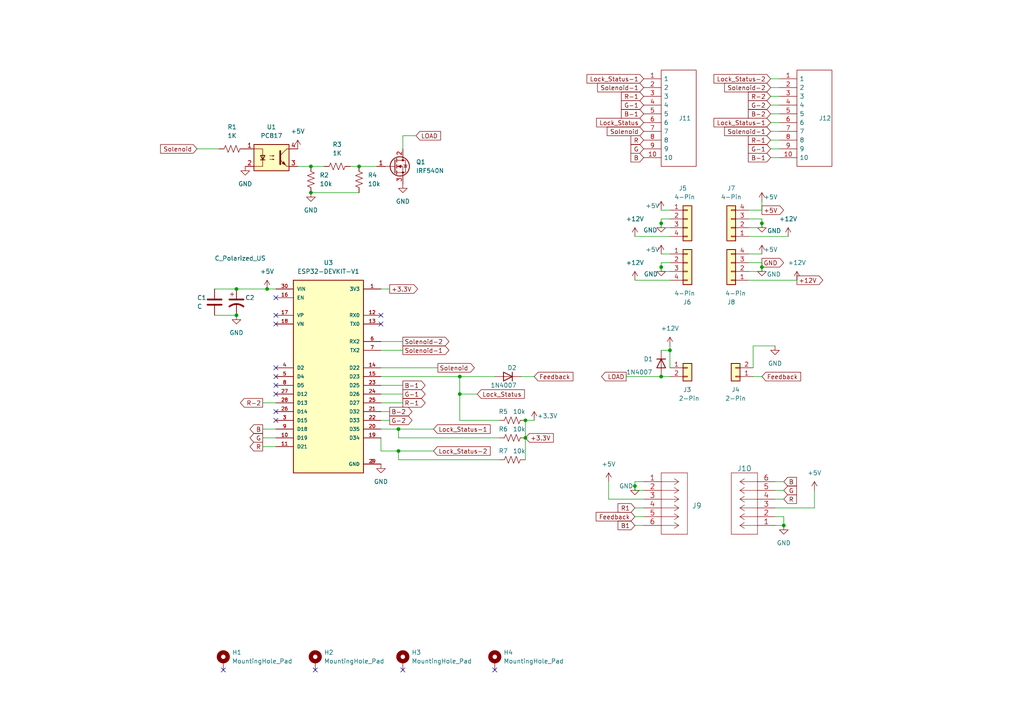
<source format=kicad_sch>
(kicad_sch (version 20211123) (generator eeschema)
  (paper "A4")
  (title_block (title "FoodKiosk - Wireless Sensor Node") (date "2022-10-06") (rev "V1.0") (company "VerifygnTech Pvt. Ltd.") (comment 1 "Designed by: Abhishek Nair"))
  (lib_symbols
    (symbol "Device:C" (pin_numbers hide) (pin_names (offset 0.254))
      (property "Reference" "C" (at 0.635 2.54 0))
      (property "Value" "C" (at 0.635 -2.54 0))
      (symbol "C_0_1"
        (polyline (pts (xy -2.032 -0.762) (xy 2.032 -0.762)) (stroke (width 0.508)))
        (polyline (pts (xy -2.032 0.762) (xy 2.032 0.762)) (stroke (width 0.508)))
      )
      (symbol "C_1_1"
        (pin passive line (at 0 3.81 270) (length 2.794) (name "~") (number "1"))
        (pin passive line (at 0 -3.81 90) (length 2.794) (name "~") (number "2"))
      )
    )
    (symbol "Device:C_Polarized_US" (pin_numbers hide) (pin_names (offset 0.254) hide)
      (property "Reference" "C" (at 0.635 2.54 0))
      (property "Value" "C_Polarized_US" (at 0.635 -2.54 0))
      (symbol "C_Polarized_US_0_1"
        (polyline (pts (xy -2.032 0.762) (xy 2.032 0.762)) (stroke (width 0.508)))
        (polyline (pts (xy -1.778 2.286) (xy -0.762 2.286)))
        (polyline (pts (xy -1.27 1.778) (xy -1.27 2.794)))
        (arc (start 2.032 -1.27) (mid 0 -0.5572) (end -2.032 -1.27) (stroke (width 0.508)))
      )
      (symbol "C_Polarized_US_1_1"
        (pin passive line (at 0 3.81 270) (length 2.794) (name "~") (number "1"))
        (pin passive line (at 0 -3.81 90) (length 3.302) (name "~") (number "2"))
      )
    )
    (symbol "Device:R_US" (pin_numbers hide) (pin_names (offset 0))
      (property "Reference" "R" (at 2.54 0 90))
      (property "Value" "R_US" (at -2.54 0 90))
      (symbol "R_US_0_1"
        (polyline (pts (xy 0 -2.286) (xy 0 -2.54)))
        (polyline (pts (xy 0 2.286) (xy 0 2.54)))
        (polyline (pts (xy 0 -0.762) (xy 1.016 -1.143) (xy 0 -1.524) (xy -1.016 -1.905) (xy 0 -2.286)))
        (polyline (pts (xy 0 0.762) (xy 1.016 0.381) (xy 0 0) (xy -1.016 -0.381) (xy 0 -0.762)))
        (polyline (pts (xy 0 2.286) (xy 1.016 1.905) (xy 0 1.524) (xy -1.016 1.143) (xy 0 0.762)))
      )
      (symbol "R_US_1_1"
        (pin passive line (at 0 3.81 270) (length 1.27) (name "~") (number "1"))
        (pin passive line (at 0 -3.81 90) (length 1.27) (name "~") (number "2"))
      )
    )
    (symbol "Diode:1N4007" (pin_numbers hide) (pin_names (offset 1.016) hide)
      (property "Reference" "D" (at 0 2.54 0))
      (property "Value" "1N4007" (at 0 -2.54 0))
      (symbol "1N4007_0_1"
        (polyline (pts (xy -1.27 1.27) (xy -1.27 -1.27)) (stroke (width 0.254)))
        (polyline (pts (xy 1.27 0) (xy -1.27 0)))
        (polyline (pts (xy 1.27 1.27) (xy 1.27 -1.27) (xy -1.27 0) (xy 1.27 1.27)) (stroke (width 0.254)))
      )
      (symbol "1N4007_1_1"
        (pin passive line (at -3.81 0 0) (length 2.54) (name "K") (number "1"))
        (pin passive line (at 3.81 0 180) (length 2.54) (name "A") (number "2"))
      )
    )
    (symbol "Isolator:PC817" (pin_names (offset 1.016))
      (property "Reference" "U" (at -5.08 5.08 0))
      (property "Value" "PC817" (at 0 5.08 0))
      (symbol "PC817_0_1"
        (rectangle (start -5.08 3.81) (end 5.08 -3.81) (stroke (width 0.254)) (fill (type background)))
        (polyline (pts (xy -3.175 -0.635) (xy -1.905 -0.635)) (stroke (width 0.254)))
        (polyline (pts (xy 2.54 0.635) (xy 4.445 2.54)))
        (polyline (pts (xy 4.445 -2.54) (xy 2.54 -0.635)) (fill (type outline)))
        (polyline (pts (xy 4.445 -2.54) (xy 5.08 -2.54)))
        (polyline (pts (xy 4.445 2.54) (xy 5.08 2.54)))
        (polyline (pts (xy -5.08 2.54) (xy -2.54 2.54) (xy -2.54 -0.635)))
        (polyline (pts (xy -2.54 -0.635) (xy -2.54 -2.54) (xy -5.08 -2.54)))
        (polyline (pts (xy 2.54 1.905) (xy 2.54 -1.905) (xy 2.54 -1.905)) (stroke (width 0.508)))
        (polyline (pts (xy -2.54 -0.635) (xy -3.175 0.635) (xy -1.905 0.635) (xy -2.54 -0.635)) (stroke (width 0.254)))
        (polyline (pts (xy -0.508 -0.508) (xy 0.762 -0.508) (xy 0.381 -0.635) (xy 0.381 -0.381) (xy 0.762 -0.508)))
        (polyline (pts (xy -0.508 0.508) (xy 0.762 0.508) (xy 0.381 0.381) (xy 0.381 0.635) (xy 0.762 0.508)))
        (polyline (pts (xy 3.048 -1.651) (xy 3.556 -1.143) (xy 4.064 -2.159) (xy 3.048 -1.651) (xy 3.048 -1.651)) (fill (type outline)))
      )
      (symbol "PC817_1_1"
        (pin passive line (at -7.62 2.54 0) (length 2.54) (name "~") (number "1"))
        (pin passive line (at -7.62 -2.54 0) (length 2.54) (name "~") (number "2"))
        (pin passive line (at 7.62 -2.54 180) (length 2.54) (name "~") (number "3"))
        (pin passive line (at 7.62 2.54 180) (length 2.54) (name "~") (number "4"))
      )
    )
    (symbol "Mechanical:MountingHole_Pad" (pin_numbers hide) (pin_names (offset 1.016) hide)
      (property "Reference" "H" (at 0 6.35 0))
      (property "Value" "MountingHole_Pad" (at 0 4.445 0))
      (symbol "MountingHole_Pad_0_1"
        (circle (center 0 1.27) (radius 1.27) (stroke (width 1.27)))
      )
      (symbol "MountingHole_Pad_1_1"
        (pin input line (at 0 -2.54 90) (length 2.54) (name "1") (number "1"))
      )
    )
    (symbol "Transistor_FET:IRF540N" (pin_names hide)
      (property "Reference" "Q" (at 6.35 1.905 0))
      (property "Value" "IRF540N" (at 6.35 0 0))
      (symbol "IRF540N_0_1"
        (polyline (pts (xy 0.254 0) (xy -2.54 0)))
        (polyline (pts (xy 0.254 1.905) (xy 0.254 -1.905)) (stroke (width 0.254)))
        (polyline (pts (xy 0.762 -1.27) (xy 0.762 -2.286)) (stroke (width 0.254)))
        (polyline (pts (xy 0.762 0.508) (xy 0.762 -0.508)) (stroke (width 0.254)))
        (polyline (pts (xy 0.762 2.286) (xy 0.762 1.27)) (stroke (width 0.254)))
        (polyline (pts (xy 2.54 2.54) (xy 2.54 1.778)))
        (polyline (pts (xy 2.54 -2.54) (xy 2.54 0) (xy 0.762 0)))
        (polyline (pts (xy 0.762 -1.778) (xy 3.302 -1.778) (xy 3.302 1.778) (xy 0.762 1.778)))
        (polyline (pts (xy 1.016 0) (xy 2.032 0.381) (xy 2.032 -0.381) (xy 1.016 0)) (fill (type outline)))
        (polyline (pts (xy 2.794 0.508) (xy 2.921 0.381) (xy 3.683 0.381) (xy 3.81 0.254)))
        (polyline (pts (xy 3.302 0.381) (xy 2.921 -0.254) (xy 3.683 -0.254) (xy 3.302 0.381)))
        (circle (center 1.651 0) (radius 2.794) (stroke (width 0.254)))
        (circle (center 2.54 -1.778) (radius 0.254) (fill (type outline)))
        (circle (center 2.54 1.778) (radius 0.254) (fill (type outline)))
      )
      (symbol "IRF540N_1_1"
        (pin input line (at -5.08 0 0) (length 2.54) (name "G") (number "1"))
        (pin passive line (at 2.54 5.08 270) (length 2.54) (name "D") (number "2"))
        (pin passive line (at 2.54 -5.08 90) (length 2.54) (name "S") (number "3"))
      )
    )
    (symbol "VerifygnTech-ESP32-DEVKIT-V1:ESP32-DEVKIT-V1" (pin_names (offset 1.016))
      (property "Reference" "U" (at -10.16 30.48 0))
      (property "Value" "ESP32-DEVKIT-V1" (at -10.16 -30.48 0))
      (symbol "ESP32-DEVKIT-V1_0_0"
        (rectangle (start -10.16 -27.94) (end 10.16 27.94) (stroke (width 0.254)) (fill (type background)))
        (pin output line (at 15.24 25.4 180) (length 5.08) (name "3V3") (number "1"))
        (pin bidirectional line (at -15.24 -17.78 0) (length 5.08) (name "D19") (number "10"))
        (pin bidirectional line (at -15.24 -20.32 0) (length 5.08) (name "D21") (number "11"))
        (pin input line (at 15.24 17.78 180) (length 5.08) (name "RX0") (number "12"))
        (pin output line (at 15.24 15.24 180) (length 5.08) (name "TX0") (number "13"))
        (pin bidirectional line (at 15.24 2.54 180) (length 5.08) (name "D22") (number "14"))
        (pin bidirectional line (at 15.24 0 180) (length 5.08) (name "D23") (number "15"))
        (pin input line (at -15.24 22.86 0) (length 5.08) (name "EN") (number "16"))
        (pin bidirectional line (at -15.24 17.78 0) (length 5.08) (name "VP") (number "17"))
        (pin bidirectional line (at -15.24 15.24 0) (length 5.08) (name "VN") (number "18"))
        (pin bidirectional line (at 15.24 -17.78 180) (length 5.08) (name "D34") (number "19"))
        (pin power_in line (at 15.24 -25.4 180) (length 5.08) (name "GND") (number "2"))
        (pin bidirectional line (at 15.24 -15.24 180) (length 5.08) (name "D35") (number "20"))
        (pin bidirectional line (at 15.24 -10.16 180) (length 5.08) (name "D32") (number "21"))
        (pin bidirectional line (at 15.24 -12.7 180) (length 5.08) (name "D33") (number "22"))
        (pin bidirectional line (at 15.24 -2.54 180) (length 5.08) (name "D25") (number "23"))
        (pin bidirectional line (at 15.24 -5.08 180) (length 5.08) (name "D26") (number "24"))
        (pin bidirectional line (at 15.24 -7.62 180) (length 5.08) (name "D27") (number "25"))
        (pin bidirectional line (at -15.24 -10.16 0) (length 5.08) (name "D14") (number "26"))
        (pin bidirectional line (at -15.24 -5.08 0) (length 5.08) (name "D12") (number "27"))
        (pin bidirectional line (at -15.24 -7.62 0) (length 5.08) (name "D13") (number "28"))
        (pin power_in line (at 15.24 -25.4 180) (length 5.08) (name "GND") (number "29"))
        (pin bidirectional line (at -15.24 -12.7 0) (length 5.08) (name "D15") (number "3"))
        (pin input line (at -15.24 25.4 0) (length 5.08) (name "VIN") (number "30"))
        (pin bidirectional line (at -15.24 2.54 0) (length 5.08) (name "D2") (number "4"))
        (pin bidirectional line (at -15.24 0 0) (length 5.08) (name "D4") (number "5"))
        (pin input line (at 15.24 10.16 180) (length 5.08) (name "RX2") (number "6"))
        (pin output line (at 15.24 7.62 180) (length 5.08) (name "TX2") (number "7"))
        (pin bidirectional line (at -15.24 -2.54 0) (length 5.08) (name "D5") (number "8"))
        (pin bidirectional line (at -15.24 -15.24 0) (length 5.08) (name "D18") (number "9"))
      )
    )
    (symbol "VerifygnTech_Terminals:10-Pin" (pin_names (offset 0.762))
      (property "Reference" "J" (at 12.7 1.27 0))
      (symbol "10-Pin_0_0"
        (pin passive line (at 0 0 0) (length 5.08) (name "1") (number "1"))
        (pin passive line (at 0 -22.86 0) (length 5.08) (name "10") (number "10"))
        (pin passive line (at 0 -2.54 0) (length 5.08) (name "2") (number "2"))
        (pin passive line (at 0 -5.08 0) (length 5.08) (name "3") (number "3"))
        (pin passive line (at 0 -7.62 0) (length 5.08) (name "4") (number "4"))
        (pin passive line (at 0 -10.16 0) (length 5.08) (name "5") (number "5"))
        (pin passive line (at 0 -12.7 0) (length 5.08) (name "6") (number "6"))
        (pin passive line (at 0 -15.24 0) (length 5.08) (name "7") (number "7"))
        (pin passive line (at 0 -17.78 0) (length 5.08) (name "8") (number "8"))
        (pin passive line (at 0 -20.32 0) (length 5.08) (name "9") (number "9"))
      )
      (symbol "10-Pin_0_1"
        (polyline (pts (xy 5.08 2.54) (xy 15.24 2.54) (xy 15.24 -25.4) (xy 5.08 -25.4) (xy 5.08 2.54)) (stroke (width 0.1524)))
      )
    )
    (symbol "VerifygnTech_Terminals:2-Pin" (pin_names (offset 1.016) hide)
      (property "Reference" "J" (at 0 2.54 0))
      (property "Value" "2-Pin" (at 0 -5.08 0))
      (symbol "2-Pin_1_1"
        (rectangle (start -1.27 -2.413) (end 0 -2.667) (stroke (width 0.1524)))
        (rectangle (start -1.27 0.127) (end 0 -0.127) (stroke (width 0.1524)))
        (rectangle (start -1.27 1.27) (end 1.27 -3.81) (stroke (width 0.254)) (fill (type background)))
        (pin passive line (at -5.08 0 0) (length 3.81) (name "Pin_1") (number "1"))
        (pin passive line (at -5.08 -2.54 0) (length 3.81) (name "Pin_2") (number "2"))
      )
    )
    (symbol "VerifygnTech_Terminals:4-Pin" (pin_names (offset 1.016) hide)
      (property "Reference" "J" (at 0 5.08 0))
      (property "Value" "4-Pin" (at 0 -7.62 0))
      (symbol "4-Pin_1_1"
        (rectangle (start -1.27 -4.953) (end 0 -5.207) (stroke (width 0.1524)))
        (rectangle (start -1.27 -2.413) (end 0 -2.667) (stroke (width 0.1524)))
        (rectangle (start -1.27 0.127) (end 0 -0.127) (stroke (width 0.1524)))
        (rectangle (start -1.27 2.667) (end 0 2.413) (stroke (width 0.1524)))
        (rectangle (start -1.27 3.81) (end 1.27 -6.35) (stroke (width 0.254)) (fill (type background)))
        (pin passive line (at -5.08 2.54 0) (length 3.81) (name "Pin_1") (number "1"))
        (pin passive line (at -5.08 0 0) (length 3.81) (name "Pin_2") (number "2"))
        (pin passive line (at -5.08 -2.54 0) (length 3.81) (name "Pin_3") (number "3"))
        (pin passive line (at -5.08 -5.08 0) (length 3.81) (name "Pin_4") (number "4"))
      )
    )
    (symbol "VerifygnTech_Terminals:6-Pin" (pin_names (offset 0.254) hide)
      (property "Reference" "J" (at 6.35 1.27 0))
      (symbol "6-Pin_1_1"
        (polyline (pts (xy 5.08 -15.24) (xy 12.7 -15.24)) (stroke (width 0.127)))
        (polyline (pts (xy 5.08 2.54) (xy 5.08 -15.24)) (stroke (width 0.127)))
        (polyline (pts (xy 10.16 -12.7) (xy 5.08 -12.7)) (stroke (width 0.127)))
        (polyline (pts (xy 10.16 -12.7) (xy 8.89 -13.5382)) (stroke (width 0.127)))
        (polyline (pts (xy 10.16 -12.7) (xy 8.89 -11.8618)) (stroke (width 0.127)))
        (polyline (pts (xy 10.16 -10.16) (xy 5.08 -10.16)) (stroke (width 0.127)))
        (polyline (pts (xy 10.16 -10.16) (xy 8.89 -10.9982)) (stroke (width 0.127)))
        (polyline (pts (xy 10.16 -10.16) (xy 8.89 -9.3218)) (stroke (width 0.127)))
        (polyline (pts (xy 10.16 -7.62) (xy 5.08 -7.62)) (stroke (width 0.127)))
        (polyline (pts (xy 10.16 -7.62) (xy 8.89 -8.4582)) (stroke (width 0.127)))
        (polyline (pts (xy 10.16 -7.62) (xy 8.89 -6.7818)) (stroke (width 0.127)))
        (polyline (pts (xy 10.16 -5.08) (xy 5.08 -5.08)) (stroke (width 0.127)))
        (polyline (pts (xy 10.16 -5.08) (xy 8.89 -5.9182)) (stroke (width 0.127)))
        (polyline (pts (xy 10.16 -5.08) (xy 8.89 -4.2418)) (stroke (width 0.127)))
        (polyline (pts (xy 10.16 -2.54) (xy 5.08 -2.54)) (stroke (width 0.127)))
        (polyline (pts (xy 10.16 -2.54) (xy 8.89 -3.3782)) (stroke (width 0.127)))
        (polyline (pts (xy 10.16 -2.54) (xy 8.89 -1.7018)) (stroke (width 0.127)))
        (polyline (pts (xy 10.16 0) (xy 5.08 0)) (stroke (width 0.127)))
        (polyline (pts (xy 10.16 0) (xy 8.89 -0.8382)) (stroke (width 0.127)))
        (polyline (pts (xy 10.16 0) (xy 8.89 0.8382)) (stroke (width 0.127)))
        (polyline (pts (xy 12.7 -15.24) (xy 12.7 2.54)) (stroke (width 0.127)))
        (polyline (pts (xy 12.7 2.54) (xy 5.08 2.54)) (stroke (width 0.127)))
        (pin passive line (at 0 0 0) (length 5.08) (name "1") (number "1"))
        (pin passive line (at 0 -2.54 0) (length 5.08) (name "2") (number "2"))
        (pin bidirectional line (at 0 -5.08 0) (length 5.08) (name "3") (number "3"))
        (pin bidirectional line (at 0 -7.62 0) (length 5.08) (name "4") (number "4"))
        (pin bidirectional line (at 0 -10.16 0) (length 5.08) (name "5") (number "5"))
        (pin bidirectional line (at 0 -12.7 0) (length 5.08) (name "6") (number "6"))
      )
    )
    (symbol "power:+12V" (power) (pin_names (offset 0))
      (property "Value" "+12V" (at 0 3.556 0))
      (symbol "+12V_0_1"
        (polyline (pts (xy -0.762 1.27) (xy 0 2.54)))
        (polyline (pts (xy 0 0) (xy 0 2.54)))
        (polyline (pts (xy 0 2.54) (xy 0.762 1.27)))
      )
      (symbol "+12V_1_1"
        (pin power_in line (at 0 0 90) (length 0) hide (name "+12V") (number "1"))
      )
    )
    (symbol "power:+3.3V" (power) (pin_names (offset 0))
      (property "Value" "+3.3V" (at 0 3.556 0))
      (symbol "+3.3V_0_1"
        (polyline (pts (xy -0.762 1.27) (xy 0 2.54)))
        (polyline (pts (xy 0 0) (xy 0 2.54)))
        (polyline (pts (xy 0 2.54) (xy 0.762 1.27)))
      )
      (symbol "+3.3V_1_1"
        (pin power_in line (at 0 0 90) (length 0) hide (name "+3.3V") (number "1"))
      )
    )
    (symbol "power:+5V" (power) (pin_names (offset 0))
      (property "Value" "+5V" (at 0 3.556 0))
      (symbol "+5V_0_1"
        (polyline (pts (xy -0.762 1.27) (xy 0 2.54)))
        (polyline (pts (xy 0 0) (xy 0 2.54)))
        (polyline (pts (xy 0 2.54) (xy 0.762 1.27)))
      )
      (symbol "+5V_1_1"
        (pin power_in line (at 0 0 90) (length 0) hide (name "+5V") (number "1"))
      )
    )
    (symbol "power:GND" (power) (pin_names (offset 0))
      (property "Value" "GND" (at 0 -3.81 0))
      (symbol "GND_0_1"
        (polyline (pts (xy 0 0) (xy 0 -1.27) (xy 1.27 -1.27) (xy 0 -2.54) (xy -1.27 -1.27) (xy 0 -1.27)))
      )
      (symbol "GND_1_1"
        (pin power_in line (at 0 0 270) (length 0) hide (name "GND") (number "1"))
      )
    )
  )
  (junction (at 227.33 152.4))
  (junction (at 194.31 101.6))
  (junction (at 184.15 140.97))
  (junction (at 104.14 48.26))
  (junction (at 152.4 127))
  (junction (at 90.17 48.26))
  (junction (at 152.4 121.92))
  (junction (at 220.98 64.77))
  (junction (at 115.57 124.46))
  (junction (at 191.77 109.22))
  (junction (at 115.57 130.81))
  (junction (at 191.77 64.77))
  (junction (at 68.58 91.44))
  (junction (at 133.35 109.22))
  (junction (at 133.35 114.3))
  (junction (at 220.98 77.47))
  (junction (at 90.17 55.88))
  (junction (at 68.58 83.82))
  (junction (at 77.47 83.82))
  (junction (at 191.77 77.47))
  (no_connect (at 64.77 194.31))
  (no_connect (at 91.44 194.31))
  (no_connect (at 143.51 194.31))
  (no_connect (at 116.84 194.31))
  (no_connect (at 80.01 86.36))
  (no_connect (at 80.01 93.98))
  (no_connect (at 80.01 91.44))
  (no_connect (at 110.49 91.44))
  (no_connect (at 110.49 93.98))
  (no_connect (at 80.01 119.38))
  (no_connect (at 80.01 106.68))
  (no_connect (at 80.01 109.22))
  (no_connect (at 80.01 111.76))
  (no_connect (at 80.01 121.92))
  (no_connect (at 80.01 114.3))
  (wire (pts (xy 101.6 48.26) (xy 104.14 48.26)))
  (wire (pts (xy 184.15 68.58) (xy 194.31 68.58)))
  (wire (pts (xy 110.49 121.92) (xy 113.03 121.92)))
  (wire (pts (xy 184.15 152.4) (xy 186.69 152.4)))
  (wire (pts (xy 68.58 83.82) (xy 77.47 83.82)))
  (wire (pts (xy 191.77 109.22) (xy 194.31 109.22)))
  (wire (pts (xy 116.84 39.37) (xy 120.65 39.37)))
  (wire (pts (xy 223.52 43.18) (xy 226.06 43.18)))
  (wire (pts (xy 191.77 73.66) (xy 194.31 73.66)))
  (wire (pts (xy 191.77 66.04) (xy 194.31 66.04)))
  (wire (pts (xy 191.77 76.2) (xy 194.31 76.2)))
  (wire (pts (xy 217.17 76.2) (xy 220.98 76.2)))
  (wire (pts (xy 220.98 63.5) (xy 220.98 64.77)))
  (wire (pts (xy 110.49 119.38) (xy 113.03 119.38)))
  (wire (pts (xy 217.17 66.04) (xy 220.98 66.04)))
  (wire (pts (xy 220.98 77.47) (xy 220.98 78.74)))
  (wire (pts (xy 76.2 116.84) (xy 80.01 116.84)))
  (wire (pts (xy 62.23 91.44) (xy 68.58 91.44)))
  (wire (pts (xy 194.31 100.33) (xy 194.31 101.6)))
  (wire (pts (xy 77.47 83.82) (xy 80.01 83.82)))
  (wire (pts (xy 110.49 114.3) (xy 116.84 114.3)))
  (wire (pts (xy 191.77 78.74) (xy 194.31 78.74)))
  (wire (pts (xy 184.15 140.97) (xy 184.15 142.24)))
  (wire (pts (xy 191.77 101.6) (xy 194.31 101.6)))
  (wire (pts (xy 115.57 124.46) (xy 125.73 124.46)))
  (wire (pts (xy 236.22 147.32) (xy 236.22 142.24)))
  (wire (pts (xy 152.4 121.92) (xy 152.4 127)))
  (wire (pts (xy 184.15 142.24) (xy 186.69 142.24)))
  (wire (pts (xy 143.51 109.22) (xy 133.35 109.22)))
  (wire (pts (xy 116.84 43.18) (xy 116.84 39.37)))
  (wire (pts (xy 90.17 55.88) (xy 104.14 55.88)))
  (wire (pts (xy 152.4 127) (xy 152.4 133.35)))
  (wire (pts (xy 191.77 64.77) (xy 191.77 66.04)))
  (wire (pts (xy 223.52 33.02) (xy 226.06 33.02)))
  (wire (pts (xy 133.35 109.22) (xy 133.35 114.3)))
  (wire (pts (xy 227.33 152.4) (xy 227.33 149.86)))
  (wire (pts (xy 62.23 83.82) (xy 68.58 83.82)))
  (wire (pts (xy 191.77 77.47) (xy 191.77 78.74)))
  (wire (pts (xy 217.17 81.28) (xy 231.14 81.28)))
  (wire (pts (xy 176.53 144.78) (xy 186.69 144.78)))
  (wire (pts (xy 217.17 63.5) (xy 220.98 63.5)))
  (wire (pts (xy 133.35 121.92) (xy 144.78 121.92)))
  (wire (pts (xy 220.98 64.77) (xy 220.98 66.04)))
  (wire (pts (xy 223.52 22.86) (xy 226.06 22.86)))
  (wire (pts (xy 115.57 133.35) (xy 144.78 133.35)))
  (wire (pts (xy 223.52 38.1) (xy 226.06 38.1)))
  (wire (pts (xy 181.61 109.22) (xy 191.77 109.22)))
  (wire (pts (xy 224.79 142.24) (xy 227.33 142.24)))
  (wire (pts (xy 110.49 111.76) (xy 116.84 111.76)))
  (wire (pts (xy 109.22 48.26) (xy 104.14 48.26)))
  (wire (pts (xy 194.31 101.6) (xy 194.31 106.68)))
  (wire (pts (xy 217.17 60.96) (xy 220.98 60.96)))
  (wire (pts (xy 154.94 121.92) (xy 152.4 121.92)))
  (wire (pts (xy 191.77 60.96) (xy 194.31 60.96)))
  (wire (pts (xy 176.53 139.7) (xy 176.53 144.78)))
  (wire (pts (xy 223.52 27.94) (xy 226.06 27.94)))
  (wire (pts (xy 191.77 76.2) (xy 191.77 77.47)))
  (wire (pts (xy 133.35 109.22) (xy 110.49 109.22)))
  (wire (pts (xy 224.79 147.32) (xy 236.22 147.32)))
  (wire (pts (xy 110.49 130.81) (xy 110.49 127)))
  (wire (pts (xy 220.98 76.2) (xy 220.98 77.47)))
  (wire (pts (xy 110.49 83.82) (xy 113.03 83.82)))
  (wire (pts (xy 76.2 129.54) (xy 80.01 129.54)))
  (wire (pts (xy 110.49 99.06) (xy 116.84 99.06)))
  (wire (pts (xy 224.79 152.4) (xy 227.33 152.4)))
  (wire (pts (xy 110.49 124.46) (xy 115.57 124.46)))
  (wire (pts (xy 110.49 130.81) (xy 115.57 130.81)))
  (wire (pts (xy 218.44 106.68) (xy 218.44 100.33)))
  (wire (pts (xy 223.52 45.72) (xy 226.06 45.72)))
  (wire (pts (xy 90.17 48.26) (xy 86.36 48.26)))
  (wire (pts (xy 115.57 124.46) (xy 115.57 127)))
  (wire (pts (xy 224.79 144.78) (xy 227.33 144.78)))
  (wire (pts (xy 115.57 130.81) (xy 125.73 130.81)))
  (wire (pts (xy 151.13 109.22) (xy 154.94 109.22)))
  (wire (pts (xy 184.15 139.7) (xy 184.15 140.97)))
  (wire (pts (xy 218.44 100.33) (xy 224.79 100.33)))
  (wire (pts (xy 224.79 139.7) (xy 227.33 139.7)))
  (wire (pts (xy 110.49 116.84) (xy 116.84 116.84)))
  (wire (pts (xy 127 106.68) (xy 110.49 106.68)))
  (wire (pts (xy 224.79 149.86) (xy 227.33 149.86)))
  (wire (pts (xy 76.2 127) (xy 80.01 127)))
  (wire (pts (xy 138.43 114.3) (xy 133.35 114.3)))
  (wire (pts (xy 223.52 35.56) (xy 226.06 35.56)))
  (wire (pts (xy 223.52 30.48) (xy 226.06 30.48)))
  (wire (pts (xy 191.77 63.5) (xy 194.31 63.5)))
  (wire (pts (xy 223.52 25.4) (xy 226.06 25.4)))
  (wire (pts (xy 133.35 114.3) (xy 133.35 121.92)))
  (wire (pts (xy 76.2 124.46) (xy 80.01 124.46)))
  (wire (pts (xy 191.77 63.5) (xy 191.77 64.77)))
  (wire (pts (xy 220.98 58.42) (xy 220.98 60.96)))
  (wire (pts (xy 184.15 149.86) (xy 186.69 149.86)))
  (wire (pts (xy 93.98 48.26) (xy 90.17 48.26)))
  (wire (pts (xy 186.69 139.7) (xy 184.15 139.7)))
  (wire (pts (xy 217.17 73.66) (xy 220.98 73.66)))
  (wire (pts (xy 184.15 81.28) (xy 194.31 81.28)))
  (wire (pts (xy 57.15 43.18) (xy 63.5 43.18)))
  (wire (pts (xy 110.49 101.6) (xy 116.84 101.6)))
  (wire (pts (xy 184.15 147.32) (xy 186.69 147.32)))
  (wire (pts (xy 223.52 40.64) (xy 226.06 40.64)))
  (wire (pts (xy 217.17 78.74) (xy 220.98 78.74)))
  (wire (pts (xy 115.57 130.81) (xy 115.57 133.35)))
  (wire (pts (xy 115.57 127) (xy 144.78 127)))
  (wire (pts (xy 217.17 68.58) (xy 228.6 68.58)))
  (wire (pts (xy 218.44 109.22) (xy 220.98 109.22)))
  (global_label "Solenoid-1" (shape input) (at 223.52 38.1 180) (property "Intersheet References" "${INTERSHEET_REFS}" (effects hide)))
  (global_label "Solenoid" (shape input) (at 57.15 43.18 180) (property "Intersheet References" "${INTERSHEET_REFS}" (effects hide)))
  (global_label "R-1" (shape output) (at 116.84 116.84 0) (property "Intersheet References" "${INTERSHEET_REFS}" (effects hide)))
  (global_label "R1" (shape input) (at 184.15 147.32 180) (property "Intersheet References" "${INTERSHEET_REFS}" (effects hide)))
  (global_label "B-1" (shape input) (at 223.52 45.72 180) (property "Intersheet References" "${INTERSHEET_REFS}" (effects hide)))
  (global_label "R" (shape input) (at 227.33 144.78 0) (property "Intersheet References" "${INTERSHEET_REFS}" (effects hide)))
  (global_label "+3.3V" (shape input) (at 152.4 127 0) (property "Intersheet References" "${INTERSHEET_REFS}" (effects hide)))
  (global_label "Lock_Status-1" (shape input) (at 223.52 35.56 180) (property "Intersheet References" "${INTERSHEET_REFS}" (effects hide)))
  (global_label "R" (shape input) (at 186.69 40.64 180) (property "Intersheet References" "${INTERSHEET_REFS}" (effects hide)))
  (global_label "G" (shape input) (at 227.33 142.24 0) (property "Intersheet References" "${INTERSHEET_REFS}" (effects hide)))
  (global_label "Lock_Status-1" (shape input) (at 125.73 124.46 0) (property "Intersheet References" "${INTERSHEET_REFS}" (effects hide)))
  (global_label "Lock_Status-1" (shape input) (at 186.69 22.86 180) (property "Intersheet References" "${INTERSHEET_REFS}" (effects hide)))
  (global_label "Lock_Status-2" (shape input) (at 223.52 22.86 180) (property "Intersheet References" "${INTERSHEET_REFS}" (effects hide)))
  (global_label "G-2" (shape output) (at 113.03 121.92 0) (property "Intersheet References" "${INTERSHEET_REFS}" (effects hide)))
  (global_label "B" (shape output) (at 76.2 124.46 180) (property "Intersheet References" "${INTERSHEET_REFS}" (effects hide)))
  (global_label "+5V" (shape output) (at 220.98 60.96 0) (property "Intersheet References" "${INTERSHEET_REFS}" (effects hide)))
  (global_label "Solenoid-2" (shape output) (at 116.84 99.06 0) (property "Intersheet References" "${INTERSHEET_REFS}" (effects hide)))
  (global_label "Lock_Status" (shape input) (at 138.43 114.3 0) (property "Intersheet References" "${INTERSHEET_REFS}" (effects hide)))
  (global_label "GND" (shape output) (at 220.98 76.2 0) (property "Intersheet References" "${INTERSHEET_REFS}" (effects hide)))
  (global_label "Solenoid-1" (shape output) (at 116.84 101.6 0) (property "Intersheet References" "${INTERSHEET_REFS}" (effects hide)))
  (global_label "Feedback" (shape input) (at 184.15 149.86 180) (property "Intersheet References" "${INTERSHEET_REFS}" (effects hide)))
  (global_label "G" (shape input) (at 186.69 43.18 180) (property "Intersheet References" "${INTERSHEET_REFS}" (effects hide)))
  (global_label "B-2" (shape output) (at 113.03 119.38 0) (property "Intersheet References" "${INTERSHEET_REFS}" (effects hide)))
  (global_label "Lock_Status" (shape input) (at 186.69 35.56 180) (property "Intersheet References" "${INTERSHEET_REFS}" (effects hide)))
  (global_label "B" (shape input) (at 227.33 139.7 0) (property "Intersheet References" "${INTERSHEET_REFS}" (effects hide)))
  (global_label "G" (shape output) (at 76.2 127 180) (property "Intersheet References" "${INTERSHEET_REFS}" (effects hide)))
  (global_label "B1" (shape input) (at 184.15 152.4 180) (property "Intersheet References" "${INTERSHEET_REFS}" (effects hide)))
  (global_label "Solenoid-1" (shape input) (at 186.69 25.4 180) (property "Intersheet References" "${INTERSHEET_REFS}" (effects hide)))
  (global_label "LOAD" (shape output) (at 181.61 109.22 180) (property "Intersheet References" "${INTERSHEET_REFS}" (effects hide)))
  (global_label "Lock_Status-2" (shape input) (at 125.73 130.81 0) (property "Intersheet References" "${INTERSHEET_REFS}" (effects hide)))
  (global_label "+12V" (shape output) (at 231.14 81.28 0) (property "Intersheet References" "${INTERSHEET_REFS}" (effects hide)))
  (global_label "G-1" (shape input) (at 186.69 30.48 180) (property "Intersheet References" "${INTERSHEET_REFS}" (effects hide)))
  (global_label "+3.3V" (shape output) (at 113.03 83.82 0) (property "Intersheet References" "${INTERSHEET_REFS}" (effects hide)))
  (global_label "R-2" (shape output) (at 76.2 116.84 180) (property "Intersheet References" "${INTERSHEET_REFS}" (effects hide)))
  (global_label "G-1" (shape input) (at 223.52 43.18 180) (property "Intersheet References" "${INTERSHEET_REFS}" (effects hide)))
  (global_label "B-1" (shape input) (at 186.69 33.02 180) (property "Intersheet References" "${INTERSHEET_REFS}" (effects hide)))
  (global_label "G-2" (shape input) (at 223.52 30.48 180) (property "Intersheet References" "${INTERSHEET_REFS}" (effects hide)))
  (global_label "Feedback" (shape input) (at 220.98 109.22 0) (property "Intersheet References" "${INTERSHEET_REFS}" (effects hide)))
  (global_label "R-1" (shape input) (at 186.69 27.94 180) (property "Intersheet References" "${INTERSHEET_REFS}" (effects hide)))
  (global_label "Solenoid" (shape input) (at 186.69 38.1 180) (property "Intersheet References" "${INTERSHEET_REFS}" (effects hide)))
  (global_label "Feedback" (shape input) (at 154.94 109.22 0) (property "Intersheet References" "${INTERSHEET_REFS}" (effects hide)))
  (global_label "LOAD" (shape input) (at 120.65 39.37 0) (property "Intersheet References" "${INTERSHEET_REFS}" (effects hide)))
  (global_label "R-2" (shape input) (at 223.52 27.94 180) (property "Intersheet References" "${INTERSHEET_REFS}" (effects hide)))
  (global_label "B" (shape input) (at 186.69 45.72 180) (property "Intersheet References" "${INTERSHEET_REFS}" (effects hide)))
  (global_label "R-1" (shape input) (at 223.52 40.64 180) (property "Intersheet References" "${INTERSHEET_REFS}" (effects hide)))
  (global_label "Solenoid-2" (shape input) (at 223.52 25.4 180) (property "Intersheet References" "${INTERSHEET_REFS}" (effects hide)))
  (global_label "Solenoid" (shape output) (at 127 106.68 0) (property "Intersheet References" "${INTERSHEET_REFS}" (effects hide)))
  (global_label "G-1" (shape output) (at 116.84 114.3 0) (property "Intersheet References" "${INTERSHEET_REFS}" (effects hide)))
  (global_label "R" (shape output) (at 76.2 129.54 180) (property "Intersheet References" "${INTERSHEET_REFS}" (effects hide)))
  (global_label "B-2" (shape input) (at 223.52 33.02 180) (property "Intersheet References" "${INTERSHEET_REFS}" (effects hide)))
  (global_label "B-1" (shape output) (at 116.84 111.76 0) (property "Intersheet References" "${INTERSHEET_REFS}" (effects hide)))
  (symbol (lib_id "Mechanical:MountingHole_Pad") (at 64.77 191.77 0) (unit 1)
    (property "Reference" "H1" (at 67.31 189.2299 0) (effects (justify left)))
    (property "Value" "MountingHole_Pad" (at 67.31 191.7699 0) (effects (justify left)))
    (property "Footprint" "MountingHole:MountingHole_3.7mm_Pad" (effects hide))
  )
  (symbol (lib_id "power:+12V") (at 231.14 81.28 0) (unit 1)
    (property "Reference" "#PWR0122" (effects hide))
    (property "Value" "+12V" (at 231.14 76.2 0))
  )
  (symbol (lib_id "power:+12V") (at 184.15 81.28 0) (unit 1)
    (property "Reference" "#PWR0128" (effects hide))
    (property "Value" "+12V" (at 184.15 76.2 0))
  )
  (symbol (lib_id "Device:R_US") (at 148.59 127 90) (unit 1)
    (property "Reference" "R6" (at 147.32 124.46 90) (effects (justify left)))
    (property "Value" "10k" (at 152.4 124.46 90) (effects (justify left)))
    (property "Footprint" "Resistor_THT:R_Axial_DIN0207_L6.3mm_D2.5mm_P10.16mm_Horizontal" (effects hide))
  )
  (symbol (lib_id "VerifygnTech-ESP32-DEVKIT-V1:ESP32-DEVKIT-V1") (at 95.25 109.22 0) (unit 1)
    (property "Reference" "U3" (at 95.25 76.2 0))
    (property "Value" "ESP32-DEVKIT-V1" (at 95.25 78.74 0))
    (property "Footprint" "MODULE_ESP32_DEVKIT_V1" (effects hide))
    (property "PARTREV" "N/A" (effects hide))
    (property "MANUFACTURER" "DOIT" (effects hide))
    (property "MAXIMUM_PACKAGE_HEIGHT" "6.8 mm" (effects hide))
    (property "STANDARD" "Manufacturer Recommendations" (effects hide))
  )
  (symbol (lib_id "Mechanical:MountingHole_Pad") (at 91.44 191.77 0) (unit 1)
    (property "Reference" "H2" (at 93.98 189.2299 0) (effects (justify left)))
    (property "Value" "MountingHole_Pad" (at 93.98 191.7699 0) (effects (justify left)))
    (property "Footprint" "MountingHole:MountingHole_3.7mm_Pad" (effects hide))
  )
  (symbol (lib_id "VerifygnTech_Terminals:4-Pin") (at 212.09 66.04 180) (unit 1)
    (property "Reference" "J7" (at 212.09 54.61 0))
    (property "Value" "4-Pin" (at 212.09 57.15 0))
    (property "Footprint" "VerifygnTech-Connectors:TerminalBlock_Phoenix_1x04_P5.08mm_Horizontal" (effects hide))
  )
  (symbol (lib_id "power:GND") (at 220.98 64.77 0) (unit 1)
    (property "Reference" "#PWR0126" (effects hide))
    (property "Value" "GND" (at 224.5329 66.9329 0))
  )
  (symbol (lib_id "power:GND") (at 110.49 134.62 0) (unit 1)
    (property "Reference" "#PWR0103" (effects hide))
    (property "Value" "GND" (at 110.49 139.7 0))
  )
  (symbol (lib_id "VerifygnTech_Terminals:2-Pin") (at 199.39 106.68 0) (unit 1)
    (property "Reference" "J3" (at 198.12 113.03 0) (effects (justify left)))
    (property "Value" "2-Pin" (at 196.85 115.57 0) (effects (justify left)))
    (property "Footprint" "VerifygnTech-Connectors:JST_XH_1x02_P2.50mm_Vertical" (effects hide))
  )
  (symbol (lib_id "Device:C_Polarized_US") (at 68.58 87.63 0) (unit 1)
    (property "Reference" "C2" (at 71.12 86.36 0) (effects (justify left)))
    (property "Value" "C_Polarized_US" (at 62.23 74.93 0) (effects (justify left)))
    (property "Footprint" "Capacitor_THT:CP_Radial_D8.0mm_P5.00mm" (effects hide))
  )
  (symbol (lib_id "power:GND") (at 220.98 77.47 0) (unit 1)
    (property "Reference" "#PWR0121" (effects hide))
    (property "Value" "GND" (at 224.4431 79.5537 0))
  )
  (symbol (lib_id "power:GND") (at 191.77 77.47 0) (unit 1)
    (property "Reference" "#PWR0127" (effects hide))
    (property "Value" "GND" (at 188.7763 79.4863 0))
  )
  (symbol (lib_id "Mechanical:MountingHole_Pad") (at 116.84 191.77 0) (unit 1)
    (property "Reference" "H3" (at 119.38 189.2299 0) (effects (justify left)))
    (property "Value" "MountingHole_Pad" (at 119.38 191.7699 0) (effects (justify left)))
    (property "Footprint" "MountingHole:MountingHole_3.7mm_Pad" (effects hide))
  )
  (symbol (lib_id "Device:R_US") (at 67.31 43.18 90) (unit 1)
    (property "Reference" "R1" (at 67.31 36.83 90))
    (property "Value" "1K" (at 67.31 39.37 90))
    (property "Footprint" "Resistor_THT:R_Axial_DIN0207_L6.3mm_D2.5mm_P10.16mm_Horizontal" (effects hide))
  )
  (symbol (lib_id "power:GND") (at 71.12 48.26 0) (unit 1)
    (property "Reference" "#PWR0105" (effects hide))
    (property "Value" "GND" (at 71.12 53.34 0))
  )
  (symbol (lib_id "VerifygnTech_Terminals:10-Pin") (at 226.06 22.86 0) (unit 1)
    (property "Reference" "J12" (at 237.49 34.29 0) (effects (justify left)))
    (property "Value" "10-Pin" (effects hide))
    (property "Footprint" "VerifygnTech-Connectors:JST_XH_1x10_P2.50mm_Vertical" (effects hide))
    (property "Datasheet" "https://datasheet.datasheetarchive.com/originals/distributors/Datasheets-DGA18/1075998.pdf" (effects hide))
    (property "Description" "Fixed Terminal Blocks PTS 1,5/10-5,0-H" (effects hide))
    (property "Height" "13.6" (effects hide))
    (property "Manufacturer_Name" "Phoenix Contact" (effects hide))
    (property "Manufacturer_Part_Number" "1792944" (effects hide))
    (property "Mouser Part Number" "651-1792944" (effects hide))
    (property "Mouser Price/Stock" "https://www.mouser.co.uk/ProductDetail/Phoenix-Contact/1792944?qs=YjJcVSlHJPV3nWRKYIKtlA%3D%3D" (effects hide))
    (property "Arrow Part Number" "1792944" (effects hide))
    (property "Arrow Price/Stock" "https://www.arrow.com/en/products/1792944/phoenix-contact?region=nac" (effects hide))
  )
  (symbol (lib_id "VerifygnTech_Terminals:4-Pin") (at 199.39 63.5 0) (unit 1)
    (property "Reference" "J5" (at 196.85 54.61 0) (effects (justify left)))
    (property "Value" "4-Pin" (at 195.58 57.15 0) (effects (justify left)))
    (property "Footprint" "VerifygnTech-Connectors:TerminalBlock_Phoenix_1x04_P5.08mm_Horizontal" (effects hide))
  )
  (symbol (lib_id "Device:R_US") (at 148.59 121.92 90) (unit 1)
    (property "Reference" "R5" (at 147.32 119.38 90) (effects (justify left)))
    (property "Value" "10k" (at 152.4 119.38 90) (effects (justify left)))
    (property "Footprint" "Resistor_THT:R_Axial_DIN0207_L6.3mm_D2.5mm_P10.16mm_Horizontal" (effects hide))
  )
  (symbol (lib_id "Device:R_US") (at 90.17 52.07 0) (unit 1)
    (property "Reference" "R2" (at 92.71 50.7999 0) (effects (justify left)))
    (property "Value" "10k" (at 92.71 53.3399 0) (effects (justify left)))
    (property "Footprint" "Resistor_THT:R_Axial_DIN0207_L6.3mm_D2.5mm_P10.16mm_Horizontal" (effects hide))
  )
  (symbol (lib_id "Device:R_US") (at 104.14 52.07 0) (unit 1)
    (property "Reference" "R4" (at 106.68 50.7999 0) (effects (justify left)))
    (property "Value" "10k" (at 106.68 53.3399 0) (effects (justify left)))
    (property "Footprint" "Resistor_THT:R_Axial_DIN0207_L6.3mm_D2.5mm_P10.16mm_Horizontal" (effects hide))
  )
  (symbol (lib_id "Mechanical:MountingHole_Pad") (at 143.51 191.77 0) (unit 1)
    (property "Reference" "H4" (at 146.05 189.2299 0) (effects (justify left)))
    (property "Value" "MountingHole_Pad" (at 146.05 191.7699 0) (effects (justify left)))
    (property "Footprint" "MountingHole:MountingHole_3.7mm_Pad" (effects hide))
  )
  (symbol (lib_id "power:GND") (at 224.79 100.33 0) (unit 1)
    (property "Reference" "#PWR0112" (effects hide))
    (property "Value" "GND" (at 224.79 105.41 0))
  )
  (symbol (lib_id "power:GND") (at 68.58 91.44 0) (unit 1)
    (property "Reference" "#PWR0104" (effects hide))
    (property "Value" "GND" (at 68.58 96.52 0))
  )
  (symbol (lib_id "Transistor_FET:IRF540N") (at 114.3 48.26 0) (unit 1)
    (property "Reference" "Q1" (at 120.65 46.9899 0) (effects (justify left)))
    (property "Value" "IRF540N" (at 120.65 49.5299 0) (effects (justify left)))
    (property "Footprint" "Package_TO_SOT_THT:TO-220-3_Vertical" (effects hide))
    (property "Datasheet" "http://www.irf.com/product-info/datasheets/data/irf540n.pdf" (effects hide))
  )
  (symbol (lib_id "power:+5V") (at 86.36 43.18 0) (unit 1)
    (property "Reference" "#PWR0106" (effects hide))
    (property "Value" "+5V" (at 86.36 38.1 0))
  )
  (symbol (lib_id "power:GND") (at 191.77 64.77 0) (unit 1)
    (property "Reference" "#PWR0124" (effects hide))
    (property "Value" "GND" (at 188.6222 66.736 0))
  )
  (symbol (lib_id "power:GND") (at 227.33 152.4 0) (unit 1)
    (property "Reference" "#PWR0114" (effects hide))
    (property "Value" "GND" (at 227.33 157.48 0))
  )
  (symbol (lib_id "power:+5V") (at 77.47 83.82 0) (unit 1)
    (property "Reference" "#PWR0108" (effects hide))
    (property "Value" "+5V" (at 77.47 78.74 0))
  )
  (symbol (lib_id "power:+5V") (at 191.77 73.66 0) (unit 1)
    (property "Reference" "#PWR0117" (effects hide))
    (property "Value" "+5V" (at 189.23 72.39 0))
  )
  (symbol (lib_id "power:+5V") (at 236.22 142.24 0) (unit 1)
    (property "Reference" "#PWR0116" (effects hide))
    (property "Value" "+5V" (at 236.22 137.16 0))
  )
  (symbol (lib_id "VerifygnTech_Terminals:4-Pin") (at 212.09 78.74 180) (unit 1)
    (property "Reference" "J8" (at 212.09 87.63 0))
    (property "Value" "4-Pin" (at 213.36 85.09 0))
    (property "Footprint" "VerifygnTech-Connectors:JST_XH_1x04_P2.50mm_Vertical" (effects hide))
  )
  (symbol (lib_id "VerifygnTech_Terminals:2-Pin") (at 213.36 109.22 180) (unit 1)
    (property "Reference" "J4" (at 213.36 113.03 0))
    (property "Value" "2-Pin" (at 213.36 115.57 0))
    (property "Footprint" "VerifygnTech-Connectors:JST_XH_1x02_P2.50mm_Vertical" (effects hide))
  )
  (symbol (lib_id "VerifygnTech_Terminals:4-Pin") (at 199.39 76.2 0) (unit 1)
    (property "Reference" "J6" (at 198.12 87.63 0) (effects (justify left)))
    (property "Value" "4-Pin" (at 195.58 85.09 0) (effects (justify left)))
    (property "Footprint" "VerifygnTech-Connectors:JST_XH_1x04_P2.50mm_Vertical" (effects hide))
  )
  (symbol (lib_id "power:GND") (at 184.15 140.97 0) (unit 1)
    (property "Reference" "#PWR0110" (effects hide))
    (property "Value" "GND" (at 181.61 140.97 0))
  )
  (symbol (lib_id "Diode:1N4007") (at 147.32 109.22 180) (unit 1)
    (property "Reference" "D2" (at 149.86 106.68 0) (effects (justify left)))
    (property "Value" "1N4007" (at 149.86 111.76 0) (effects (justify left)))
    (property "Footprint" "Diode_THT:D_DO-41_SOD81_P10.16mm_Horizontal" (effects hide))
    (property "Datasheet" "http://www.vishay.com/docs/88503/1n4001.pdf" (effects hide))
  )
  (symbol (lib_id "power:+12V") (at 228.6 68.58 0) (unit 1)
    (property "Reference" "#PWR0125" (effects hide))
    (property "Value" "+12V" (at 228.6 63.5 0))
  )
  (symbol (lib_id "power:+12V") (at 184.15 68.58 0) (unit 1)
    (property "Reference" "#PWR0123" (effects hide))
    (property "Value" "+12V" (at 184.15 63.5 0))
  )
  (symbol (lib_id "VerifygnTech_Terminals:6-Pin") (at 186.69 139.7 0) (unit 1)
    (property "Reference" "J9" (at 200.66 146.685 0) (effects (font (size 1.524 1.524)) (justify left)))
    (property "Value" "6-Pin" (effects hide))
    (property "Footprint" "VerifygnTech-Connectors:JST_XH_1x06_P2.50mm_Vertical" (effects hide))
  )
  (symbol (lib_id "Device:R_US") (at 97.79 48.26 90) (unit 1)
    (property "Reference" "R3" (at 97.79 41.91 90))
    (property "Value" "1K" (at 97.79 44.45 90))
    (property "Footprint" "Resistor_THT:R_Axial_DIN0207_L6.3mm_D2.5mm_P10.16mm_Horizontal" (effects hide))
  )
  (symbol (lib_id "Diode:1N4007") (at 191.77 105.41 270) (unit 1)
    (property "Reference" "D1" (at 186.69 104.14 90) (effects (justify left)))
    (property "Value" "1N4007" (at 181.61 107.95 90) (effects (justify left)))
    (property "Footprint" "Diode_THT:D_DO-41_SOD81_P10.16mm_Horizontal" (effects hide))
    (property "Datasheet" "http://www.vishay.com/docs/88503/1n4001.pdf" (effects hide))
  )
  (symbol (lib_id "power:+5V") (at 191.77 60.96 0) (unit 1)
    (property "Reference" "#PWR0118" (effects hide))
    (property "Value" "+5V" (at 189.23 59.69 0))
  )
  (symbol (lib_id "power:+12V") (at 194.31 100.33 0) (unit 1)
    (property "Reference" "#PWR0101" (effects hide))
    (property "Value" "+12V" (at 194.31 95.25 0))
  )
  (symbol (lib_id "power:GND") (at 116.84 53.34 0) (unit 1)
    (property "Reference" "#PWR0102" (effects hide))
    (property "Value" "GND" (at 116.84 58.42 0))
  )
  (symbol (lib_id "power:+5V") (at 220.98 73.66 0) (unit 1)
    (property "Reference" "#PWR0119" (effects hide))
    (property "Value" "+5V" (at 223.52 72.39 0))
  )
  (symbol (lib_id "VerifygnTech_Terminals:6-Pin") (at 224.79 152.4 180) (unit 1)
    (property "Reference" "J10" (at 215.9 135.89 0) (effects (font (size 1.524 1.524))))
    (property "Value" "6-Pin" (effects hide))
    (property "Footprint" "VerifygnTech-Connectors:JST_XH_1x06_P2.50mm_Vertical" (effects hide))
  )
  (symbol (lib_id "power:GND") (at 90.17 55.88 0) (unit 1)
    (property "Reference" "#PWR0107" (effects hide))
    (property "Value" "GND" (at 90.17 60.96 0))
  )
  (symbol (lib_id "power:+5V") (at 220.98 58.42 0) (unit 1)
    (property "Reference" "#PWR0120" (effects hide))
    (property "Value" "+5V" (at 223.52 57.15 0))
  )
  (symbol (lib_id "power:+3.3V") (at 154.94 121.92 0) (unit 1)
    (property "Reference" "#PWR0109" (effects hide))
    (property "Value" "+3.3V" (at 158.75 120.65 0))
  )
  (symbol (lib_id "Device:R_US") (at 148.59 133.35 90) (unit 1)
    (property "Reference" "R7" (at 147.32 130.81 90) (effects (justify left)))
    (property "Value" "10k" (at 152.4 130.81 90) (effects (justify left)))
    (property "Footprint" "Resistor_THT:R_Axial_DIN0207_L6.3mm_D2.5mm_P10.16mm_Horizontal" (effects hide))
  )
  (symbol (lib_id "Isolator:PC817") (at 78.74 45.72 0) (unit 1)
    (property "Reference" "U1" (at 78.74 36.83 0))
    (property "Value" "PC817" (at 78.74 39.37 0))
    (property "Footprint" "Package_DIP:DIP-4_W7.62mm" (effects hide))
    (property "Datasheet" "http://www.soselectronic.cz/a_info/resource/d/pc817.pdf" (effects hide))
  )
  (symbol (lib_id "Device:C") (at 62.23 87.63 0) (unit 1)
    (property "Reference" "C1" (at 57.15 86.36 0) (effects (justify left)))
    (property "Value" "C" (at 57.15 88.9 0) (effects (justify left)))
    (property "Footprint" "Capacitor_THT:C_Disc_D5.0mm_W2.5mm_P5.00mm" (effects hide))
  )
  (symbol (lib_id "VerifygnTech_Terminals:10-Pin") (at 186.69 22.86 0) (unit 1)
    (property "Reference" "J11" (at 196.85 34.29 0) (effects (justify left)))
    (property "Value" "10-Pin" (effects hide))
    (property "Footprint" "VerifygnTech-Connectors:JST_XH_1x10_P2.50mm_Vertical" (effects hide))
    (property "Datasheet" "https://datasheet.datasheetarchive.com/originals/distributors/Datasheets-DGA18/1075998.pdf" (effects hide))
    (property "Description" "Fixed Terminal Blocks PTS 1,5/10-5,0-H" (effects hide))
    (property "Height" "13.6" (effects hide))
    (property "Manufacturer_Name" "Phoenix Contact" (effects hide))
    (property "Manufacturer_Part_Number" "1792944" (effects hide))
    (property "Mouser Part Number" "651-1792944" (effects hide))
    (property "Mouser Price/Stock" "https://www.mouser.co.uk/ProductDetail/Phoenix-Contact/1792944?qs=YjJcVSlHJPV3nWRKYIKtlA%3D%3D" (effects hide))
    (property "Arrow Part Number" "1792944" (effects hide))
    (property "Arrow Price/Stock" "https://www.arrow.com/en/products/1792944/phoenix-contact?region=nac" (effects hide))
  )
  (symbol (lib_id "power:+5V") (at 176.53 139.7 0) (unit 1)
    (property "Reference" "#PWR0111" (effects hide))
    (property "Value" "+5V" (at 176.53 134.62 0))
  )
)
</source>
